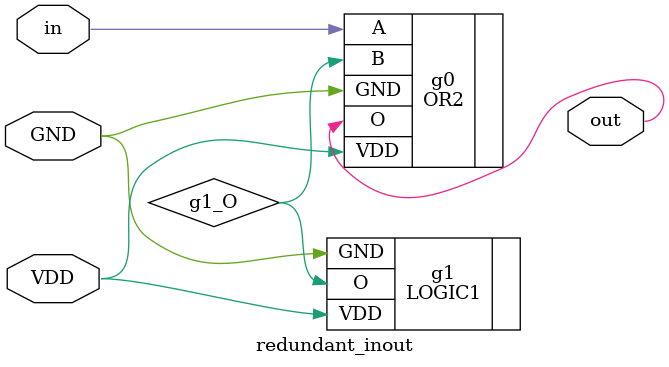
<source format=v>
module redundant_inout (in, out, VDD, GND);
    input in;
    output out;
    inout VDD, GND;

    wire g1_O;

    OR2 g0 (.O(out), .A(in), .B(g1_O), .VDD(VDD), .GND(GND));
    LOGIC1 g1 (.O(g1_O), .VDD(VDD), .GND(GND));

    // signal values at the initial state:
    // !in out g1_O
endmodule

</source>
